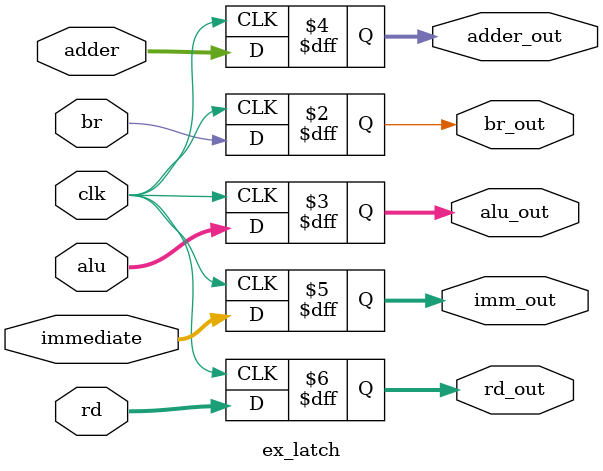
<source format=v>
`timescale 1ns / 1ps

module ex_latch ( //may be missing some inputs
		input clk, br,
		input [31:0] alu,
		input [31:0] adder,
		input [31:0] immediate,
		input [5:0] rd,
		output reg br_out,
		output reg [31:0] alu_out,
		output reg [31:0] adder_out,
		output reg [31:0] imm_out,
		output reg [5:0] rd_out
		); 
	always @ (posedge clk)
	begin
		br_out <= br;
		alu_out <= alu;
		adder_out <= adder;
		imm_out <= immediate;
		rd_out <= rd;
	end
endmodule 
</source>
